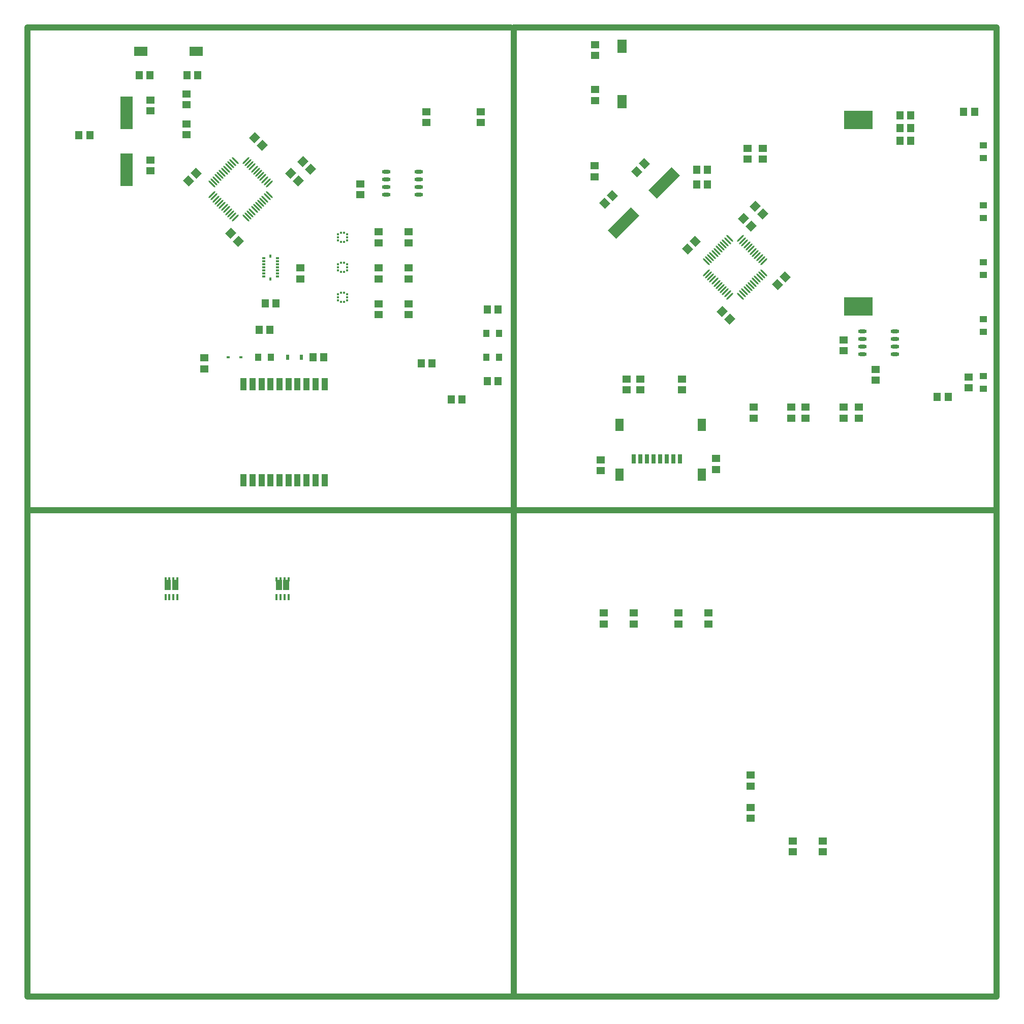
<source format=gtp>
G04*
G04 #@! TF.GenerationSoftware,Altium Limited,Altium Designer,20.0.10 (225)*
G04*
G04 Layer_Color=8421504*
%FSLAX25Y25*%
%MOIN*%
G70*
G01*
G75*
%ADD10R,0.01496X0.01378*%
%ADD11R,0.05512X0.04724*%
%ADD12R,0.08583X0.06299*%
%ADD13R,0.08661X0.06299*%
%ADD14R,0.04724X0.05512*%
%ADD15O,0.05709X0.02362*%
%ADD16R,0.02480X0.03268*%
%ADD17R,0.02323X0.01772*%
%ADD18R,0.04331X0.04724*%
%ADD19R,0.03937X0.07874*%
%ADD20R,0.01378X0.02284*%
%ADD21R,0.02284X0.01378*%
G04:AMPARAMS|DCode=22|XSize=55.12mil|YSize=47.24mil|CornerRadius=0mil|HoleSize=0mil|Usage=FLASHONLY|Rotation=225.000|XOffset=0mil|YOffset=0mil|HoleType=Round|Shape=Rectangle|*
%AMROTATEDRECTD22*
4,1,4,0.00278,0.03619,0.03619,0.00278,-0.00278,-0.03619,-0.03619,-0.00278,0.00278,0.03619,0.0*
%
%ADD22ROTATEDRECTD22*%

G04:AMPARAMS|DCode=23|XSize=9.84mil|YSize=61.02mil|CornerRadius=0mil|HoleSize=0mil|Usage=FLASHONLY|Rotation=45.000|XOffset=0mil|YOffset=0mil|HoleType=Round|Shape=Round|*
%AMOVALD23*
21,1,0.05118,0.00984,0.00000,0.00000,135.0*
1,1,0.00984,0.01810,-0.01810*
1,1,0.00984,-0.01810,0.01810*
%
%ADD23OVALD23*%

G04:AMPARAMS|DCode=24|XSize=9.84mil|YSize=61.02mil|CornerRadius=0mil|HoleSize=0mil|Usage=FLASHONLY|Rotation=315.000|XOffset=0mil|YOffset=0mil|HoleType=Round|Shape=Round|*
%AMOVALD24*
21,1,0.05118,0.00984,0.00000,0.00000,45.0*
1,1,0.00984,-0.01810,-0.01810*
1,1,0.00984,0.01810,0.01810*
%
%ADD24OVALD24*%

G04:AMPARAMS|DCode=25|XSize=55.12mil|YSize=47.24mil|CornerRadius=0mil|HoleSize=0mil|Usage=FLASHONLY|Rotation=315.000|XOffset=0mil|YOffset=0mil|HoleType=Round|Shape=Rectangle|*
%AMROTATEDRECTD25*
4,1,4,-0.03619,0.00278,-0.00278,0.03619,0.03619,-0.00278,0.00278,-0.03619,-0.03619,0.00278,0.0*
%
%ADD25ROTATEDRECTD25*%

%ADD26R,0.07874X0.21654*%
%ADD29R,0.06299X0.08583*%
%ADD30R,0.06299X0.08661*%
%ADD31R,0.04724X0.04331*%
%ADD32R,0.18819X0.12402*%
G04:AMPARAMS|DCode=33|XSize=216.54mil|YSize=78.74mil|CornerRadius=0mil|HoleSize=0mil|Usage=FLASHONLY|Rotation=45.000|XOffset=0mil|YOffset=0mil|HoleType=Round|Shape=Rectangle|*
%AMROTATEDRECTD33*
4,1,4,-0.04872,-0.10440,-0.10440,-0.04872,0.04872,0.10440,0.10440,0.04872,-0.04872,-0.10440,0.0*
%
%ADD33ROTATEDRECTD33*%

%ADD34R,0.03150X0.05906*%
%ADD35R,0.05709X0.07874*%
%ADD36C,0.03937*%
%ADD39R,0.01614X0.03898*%
%ADD40R,0.01614X0.02992*%
%ADD41R,0.03898X0.06791*%
D10*
X209705Y460630D02*
D03*
Y458661D02*
D03*
Y456693D02*
D03*
X207677Y455650D02*
D03*
X205709D02*
D03*
X203681Y456693D02*
D03*
Y458661D02*
D03*
Y460630D02*
D03*
X205709Y461673D02*
D03*
X207677D02*
D03*
Y481358D02*
D03*
X205709D02*
D03*
X203681Y480315D02*
D03*
Y478346D02*
D03*
Y476378D02*
D03*
X205709Y475335D02*
D03*
X207677D02*
D03*
X209705Y476378D02*
D03*
Y478346D02*
D03*
Y480315D02*
D03*
Y500000D02*
D03*
Y498032D02*
D03*
Y496063D02*
D03*
X207677Y495020D02*
D03*
X205709D02*
D03*
X203681Y496063D02*
D03*
Y498032D02*
D03*
Y500000D02*
D03*
X205709Y501043D02*
D03*
X207677D02*
D03*
D11*
X297244Y580315D02*
D03*
Y573228D02*
D03*
X261811Y580315D02*
D03*
Y573228D02*
D03*
X218504Y525984D02*
D03*
Y533071D02*
D03*
X104331Y592126D02*
D03*
Y585039D02*
D03*
X104331Y565354D02*
D03*
Y572441D02*
D03*
X80709Y541732D02*
D03*
Y548819D02*
D03*
X80709Y588189D02*
D03*
Y581102D02*
D03*
X230315Y501575D02*
D03*
Y494488D02*
D03*
X250000Y501575D02*
D03*
Y494488D02*
D03*
X230315Y477953D02*
D03*
Y470866D02*
D03*
X250000Y477953D02*
D03*
Y470866D02*
D03*
X230315Y454331D02*
D03*
Y447244D02*
D03*
X250000Y454331D02*
D03*
Y447244D02*
D03*
X116142Y411811D02*
D03*
Y418898D02*
D03*
X179134Y477953D02*
D03*
Y470866D02*
D03*
X535433Y430709D02*
D03*
Y423622D02*
D03*
X372441Y594882D02*
D03*
Y587795D02*
D03*
X372441Y624409D02*
D03*
Y617323D02*
D03*
X482283Y556299D02*
D03*
Y549213D02*
D03*
X472441Y556299D02*
D03*
Y549213D02*
D03*
X429528Y405118D02*
D03*
Y398031D02*
D03*
X401968Y405118D02*
D03*
Y398031D02*
D03*
X392913Y405118D02*
D03*
Y398031D02*
D03*
X375984Y351969D02*
D03*
Y344882D02*
D03*
X451772Y352953D02*
D03*
Y345866D02*
D03*
X476378Y386614D02*
D03*
Y379528D02*
D03*
X510236Y379528D02*
D03*
Y386614D02*
D03*
X501181Y379528D02*
D03*
Y386614D02*
D03*
X535433Y386614D02*
D03*
Y379528D02*
D03*
X617323Y399213D02*
D03*
Y406299D02*
D03*
X556299Y411417D02*
D03*
Y404331D02*
D03*
X372047Y537795D02*
D03*
Y544882D02*
D03*
X545276Y379528D02*
D03*
Y386614D02*
D03*
X474409Y145276D02*
D03*
Y138189D02*
D03*
X474409Y124016D02*
D03*
Y116929D02*
D03*
X446850Y244488D02*
D03*
Y251575D02*
D03*
X427165Y251575D02*
D03*
Y244488D02*
D03*
X397638Y244488D02*
D03*
Y251575D02*
D03*
X377953Y251575D02*
D03*
Y244488D02*
D03*
X521654Y101969D02*
D03*
Y94882D02*
D03*
X501968Y101969D02*
D03*
Y94882D02*
D03*
D12*
X74429Y620079D02*
D03*
D13*
X110610D02*
D03*
D14*
X104724Y604331D02*
D03*
X111811D02*
D03*
X80315Y604331D02*
D03*
X73228D02*
D03*
X285039Y391732D02*
D03*
X277953D02*
D03*
X258268Y415354D02*
D03*
X265354D02*
D03*
X308661Y450787D02*
D03*
X301575D02*
D03*
X308661Y403543D02*
D03*
X301575D02*
D03*
X33858Y564961D02*
D03*
X40945D02*
D03*
X151969Y437514D02*
D03*
X159055D02*
D03*
X194488Y419291D02*
D03*
X187402D02*
D03*
X155905Y454724D02*
D03*
X162992D02*
D03*
X579528Y577953D02*
D03*
X572441D02*
D03*
X579528Y561417D02*
D03*
X572441D02*
D03*
X572441Y569685D02*
D03*
X579528D02*
D03*
X621260Y580315D02*
D03*
X614173D02*
D03*
X438976Y542520D02*
D03*
X446063D02*
D03*
X438976Y532677D02*
D03*
X446063D02*
D03*
X596850Y393307D02*
D03*
X603937D02*
D03*
D15*
X256791Y525965D02*
D03*
Y530965D02*
D03*
Y535965D02*
D03*
Y540965D02*
D03*
X235335Y525965D02*
D03*
Y530965D02*
D03*
Y535965D02*
D03*
Y540965D02*
D03*
X568996Y421240D02*
D03*
Y426240D02*
D03*
Y431240D02*
D03*
Y436240D02*
D03*
X547539Y421240D02*
D03*
Y426240D02*
D03*
Y431240D02*
D03*
Y436240D02*
D03*
D16*
X179587Y419291D02*
D03*
X170807D02*
D03*
D17*
X131673D02*
D03*
X139980D02*
D03*
D18*
X151378D02*
D03*
X159646D02*
D03*
X309252Y435039D02*
D03*
X300984D02*
D03*
X309252Y419291D02*
D03*
X300984D02*
D03*
D19*
X194882Y338660D02*
D03*
X188976D02*
D03*
X183071D02*
D03*
X177165D02*
D03*
X171260D02*
D03*
X165354D02*
D03*
X159449D02*
D03*
X153543D02*
D03*
X147638D02*
D03*
X141732D02*
D03*
Y401652D02*
D03*
X147638D02*
D03*
X153543D02*
D03*
X159449D02*
D03*
X165354D02*
D03*
X171260D02*
D03*
X177165D02*
D03*
X183071D02*
D03*
X188976D02*
D03*
X194882D02*
D03*
D20*
X159449Y470827D02*
D03*
Y485866D02*
D03*
D21*
X154882Y472441D02*
D03*
Y474409D02*
D03*
Y476378D02*
D03*
Y478346D02*
D03*
Y480315D02*
D03*
Y482283D02*
D03*
Y484252D02*
D03*
X164016D02*
D03*
Y482283D02*
D03*
Y480315D02*
D03*
Y478346D02*
D03*
Y476378D02*
D03*
Y474409D02*
D03*
Y472441D02*
D03*
D22*
X149069Y563529D02*
D03*
X154080Y558518D02*
D03*
X180565Y547781D02*
D03*
X185576Y542770D02*
D03*
X172691Y539907D02*
D03*
X177702Y534896D02*
D03*
X138332Y495526D02*
D03*
X133321Y500537D02*
D03*
X455762Y449356D02*
D03*
X460773Y444345D02*
D03*
X482427Y513242D02*
D03*
X477416Y518254D02*
D03*
X474553Y505369D02*
D03*
X469542Y510380D02*
D03*
D23*
X136214Y548388D02*
D03*
X134822Y546996D02*
D03*
X133430Y545605D02*
D03*
X132038Y544213D02*
D03*
X130647Y542821D02*
D03*
X129255Y541429D02*
D03*
X127863Y540037D02*
D03*
X126471Y538645D02*
D03*
X125079Y537253D02*
D03*
X123687Y535861D02*
D03*
X122295Y534469D02*
D03*
X120903Y533077D02*
D03*
X143313Y510667D02*
D03*
X144705Y512059D02*
D03*
X146097Y513451D02*
D03*
X147489Y514843D02*
D03*
X148881Y516234D02*
D03*
X150273Y517626D02*
D03*
X151665Y519018D02*
D03*
X153057Y520410D02*
D03*
X154449Y521802D02*
D03*
X155841Y523194D02*
D03*
X157233Y524586D02*
D03*
X158625Y525978D02*
D03*
X460624Y497207D02*
D03*
X459232Y495815D02*
D03*
X457840Y494423D02*
D03*
X456448Y493032D02*
D03*
X455056Y491640D02*
D03*
X453664Y490248D02*
D03*
X452272Y488856D02*
D03*
X450880Y487464D02*
D03*
X449488Y486072D02*
D03*
X448096Y484680D02*
D03*
X446704Y483288D02*
D03*
X445312Y481896D02*
D03*
X467723Y459486D02*
D03*
X469115Y460878D02*
D03*
X470507Y462269D02*
D03*
X471899Y463661D02*
D03*
X473290Y465053D02*
D03*
X474682Y466445D02*
D03*
X476074Y467837D02*
D03*
X477466Y469229D02*
D03*
X478858Y470621D02*
D03*
X480250Y472013D02*
D03*
X481642Y473405D02*
D03*
X483034Y474797D02*
D03*
D24*
X120903Y525978D02*
D03*
X122295Y524586D02*
D03*
X123687Y523194D02*
D03*
X125079Y521802D02*
D03*
X126471Y520410D02*
D03*
X127863Y519018D02*
D03*
X129255Y517626D02*
D03*
X130647Y516234D02*
D03*
X132038Y514843D02*
D03*
X133430Y513451D02*
D03*
X134822Y512059D02*
D03*
X136214Y510667D02*
D03*
X158625Y533077D02*
D03*
X157233Y534469D02*
D03*
X155841Y535861D02*
D03*
X154449Y537253D02*
D03*
X153057Y538645D02*
D03*
X151665Y540037D02*
D03*
X150273Y541429D02*
D03*
X148881Y542821D02*
D03*
X147489Y544213D02*
D03*
X146097Y545605D02*
D03*
X144705Y546996D02*
D03*
X143313Y548388D02*
D03*
X445312Y474797D02*
D03*
X446704Y473405D02*
D03*
X448096Y472013D02*
D03*
X449488Y470621D02*
D03*
X450880Y469229D02*
D03*
X452272Y467837D02*
D03*
X453664Y466445D02*
D03*
X455056Y465053D02*
D03*
X456448Y463661D02*
D03*
X457840Y462269D02*
D03*
X459232Y460878D02*
D03*
X460624Y459486D02*
D03*
X483034Y481896D02*
D03*
X481642Y483288D02*
D03*
X480250Y484680D02*
D03*
X478858Y486072D02*
D03*
X477466Y487464D02*
D03*
X476074Y488856D02*
D03*
X474682Y490248D02*
D03*
X473290Y491640D02*
D03*
X471899Y493032D02*
D03*
X470507Y494423D02*
D03*
X469115Y495815D02*
D03*
X467723Y497207D02*
D03*
D25*
X105762Y534896D02*
D03*
X110773Y539907D02*
D03*
X404868Y546206D02*
D03*
X399857Y541195D02*
D03*
X378597Y520329D02*
D03*
X383608Y525340D02*
D03*
X491983Y467180D02*
D03*
X496994Y472191D02*
D03*
X437939Y495419D02*
D03*
X432928Y490408D02*
D03*
D26*
X64961Y542323D02*
D03*
Y579724D02*
D03*
D29*
X390158Y623209D02*
D03*
D30*
Y587028D02*
D03*
D31*
X627165Y444291D02*
D03*
Y436024D02*
D03*
Y481693D02*
D03*
Y473425D02*
D03*
Y519095D02*
D03*
Y510827D02*
D03*
Y550197D02*
D03*
Y558464D02*
D03*
Y398622D02*
D03*
Y406890D02*
D03*
D32*
X544882Y574882D02*
D03*
Y452677D02*
D03*
D33*
X391107Y507249D02*
D03*
X417554Y533696D02*
D03*
D34*
X427953Y352559D02*
D03*
X423622D02*
D03*
X419291D02*
D03*
X414961D02*
D03*
X410630D02*
D03*
X406299D02*
D03*
X401968D02*
D03*
X397638D02*
D03*
D35*
X388287Y375000D02*
D03*
X442421D02*
D03*
X388287Y342323D02*
D03*
X442421D02*
D03*
D36*
X0Y316929D02*
Y635827D01*
X316929D01*
X0Y0D02*
Y318898D01*
Y0D02*
X635827D01*
Y318898D01*
X318898Y635827D02*
X318898Y0D01*
X318898Y635827D02*
X635827D01*
Y316929D02*
Y635827D01*
X0Y318898D02*
X635827D01*
D39*
X90591Y262067D02*
D03*
X93189D02*
D03*
X95787D02*
D03*
X98386D02*
D03*
X163425D02*
D03*
X166024D02*
D03*
X168622D02*
D03*
X171221D02*
D03*
D40*
X98386Y273819D02*
D03*
X95787D02*
D03*
X93189D02*
D03*
X90591D02*
D03*
X171221D02*
D03*
X168622D02*
D03*
X166024D02*
D03*
X163425D02*
D03*
D41*
X92097Y269911D02*
D03*
X96880D02*
D03*
X164931D02*
D03*
X169715D02*
D03*
M02*

</source>
